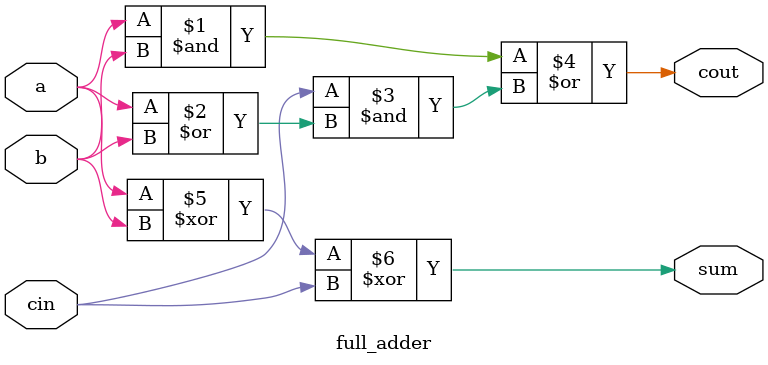
<source format=v>
`timescale 1ns / 1ps
module ripple_carry_adder(input [15:0] a,b,output cout,input cin,output [15:0] sum
    );
wire [16:0] carry;
assign carry[0]=cin;
assign cout=carry[16];
genvar i;
generate
for(i=0;i<16;i=i+1) begin:ripple_gen
full_adder f1 (.sum(sum[i]),.cout(carry[i+1]),.a(a[i]),.b(b[i]),.cin(carry[i]));
end
endgenerate
endmodule

module full_adder(input a,b,input cin,output cout,sum);
assign cout=(a & b) | cin &(a | b);
assign sum=a^b^cin;
endmodule
</source>
